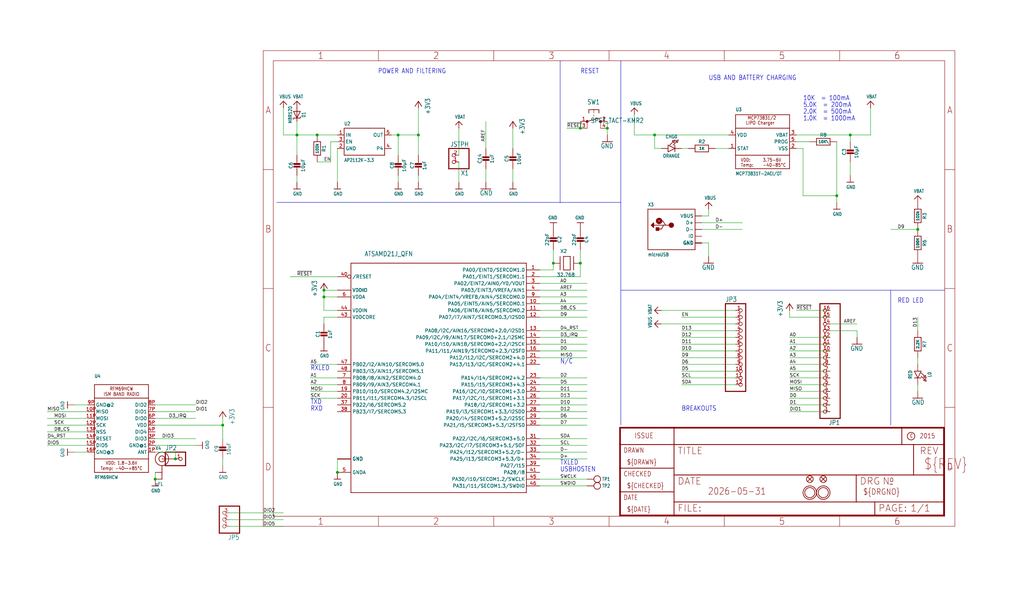
<source format=kicad_sch>
(kicad_sch (version 20230121) (generator eeschema)
  (paper "User" 385.42 222.783)
  (junction (at 218.44 48.26))
  (junction (at 66.04 172.72))
  (junction (at 208.28 99.06))
  (junction (at 246.38 50.8))
  (junction (at 157.48 50.8))
  (junction (at 314.96 73.66))
  (junction (at 228.6 48.26))
  (junction (at 119.38 50.8))
  (junction (at 111.76 50.8))
  (junction (at 121.92 111.76))
  (junction (at 218.44 99.06))
  (junction (at 83.82 160.02))
  (junction (at 149.86 50.8))
  (junction (at 127 177.8))
  (junction (at 320.04 50.8))
  (junction (at 58.42 180.34))
  (junction (at 345.44 86.36))
  (junction (at 121.92 109.22))
  (wire (pts (xy 111.76 50.8) (xy 111.76 58.42)) (stroke (width 0.1524)))
  (wire (pts (xy 58.42 160.02) (xy 83.82 160.02)) (stroke (width 0.1524)))
  (polyline (pts (xy 355.6 109.22) (xy 335.28 109.22)) (stroke (width 0.1524) (type solid)))
  (wire (pts (xy 203.2 142.24) (xy 220.98 142.24)) (stroke (width 0.1524)))
  (wire (pts (xy 86.36 198.12) (xy 106.68 198.12)) (stroke (width 0.1524)))
  (wire (pts (xy 203.2 129.54) (xy 220.98 129.54)) (stroke (width 0.1524)))
  (wire (pts (xy 314.96 73.66) (xy 314.96 76.2)) (stroke (width 0.1524)))
  (wire (pts (xy 147.32 50.8) (xy 149.86 50.8)) (stroke (width 0.1524)))
  (wire (pts (xy 124.46 60.96) (xy 124.46 53.34)) (stroke (width 0.1524)))
  (wire (pts (xy 345.44 124.46) (xy 345.44 119.38)) (stroke (width 0.1524)))
  (wire (pts (xy 33.02 167.64) (xy 17.78 167.64)) (stroke (width 0.1524)))
  (wire (pts (xy 106.68 193.04) (xy 86.36 193.04)) (stroke (width 0.1524)))
  (wire (pts (xy 106.68 50.8) (xy 111.76 50.8)) (stroke (width 0.1524)))
  (wire (pts (xy 220.98 152.4) (xy 203.2 152.4)) (stroke (width 0.1524)))
  (wire (pts (xy 203.2 157.48) (xy 220.98 157.48)) (stroke (width 0.1524)))
  (wire (pts (xy 220.98 182.88) (xy 203.2 182.88)) (stroke (width 0.1524)))
  (wire (pts (xy 58.42 170.18) (xy 66.04 170.18)) (stroke (width 0.1524)))
  (wire (pts (xy 297.18 152.4) (xy 312.42 152.4)) (stroke (width 0.1524)))
  (wire (pts (xy 297.18 116.84) (xy 297.18 119.38)) (stroke (width 0.1524)))
  (wire (pts (xy 203.2 167.64) (xy 220.98 167.64)) (stroke (width 0.1524)))
  (wire (pts (xy 218.44 104.14) (xy 218.44 99.06)) (stroke (width 0.1524)))
  (wire (pts (xy 320.04 50.8) (xy 299.72 50.8)) (stroke (width 0.1524)))
  (wire (pts (xy 220.98 172.72) (xy 203.2 172.72)) (stroke (width 0.1524)))
  (wire (pts (xy 279.4 86.36) (xy 264.16 86.36)) (stroke (width 0.1524)))
  (wire (pts (xy 266.7 81.28) (xy 266.7 78.74)) (stroke (width 0.1524)))
  (wire (pts (xy 58.42 154.94) (xy 73.66 154.94)) (stroke (width 0.1524)))
  (wire (pts (xy 276.86 134.62) (xy 256.54 134.62)) (stroke (width 0.1524)))
  (wire (pts (xy 127 111.76) (xy 121.92 111.76)) (stroke (width 0.1524)))
  (wire (pts (xy 228.6 50.8) (xy 228.6 48.26)) (stroke (width 0.1524)))
  (wire (pts (xy 124.46 53.34) (xy 127 53.34)) (stroke (width 0.1524)))
  (wire (pts (xy 312.42 149.86) (xy 297.18 149.86)) (stroke (width 0.1524)))
  (polyline (pts (xy 335.28 109.22) (xy 233.68 109.22)) (stroke (width 0.1524) (type solid)))
  (wire (pts (xy 266.7 91.44) (xy 266.7 96.52)) (stroke (width 0.1524)))
  (wire (pts (xy 220.98 132.08) (xy 203.2 132.08)) (stroke (width 0.1524)))
  (wire (pts (xy 121.92 116.84) (xy 121.92 111.76)) (stroke (width 0.1524)))
  (wire (pts (xy 66.04 170.18) (xy 66.04 172.72)) (stroke (width 0.1524)))
  (wire (pts (xy 264.16 83.82) (xy 279.4 83.82)) (stroke (width 0.1524)))
  (wire (pts (xy 264.16 81.28) (xy 266.7 81.28)) (stroke (width 0.1524)))
  (wire (pts (xy 203.2 119.38) (xy 220.98 119.38)) (stroke (width 0.1524)))
  (wire (pts (xy 299.72 55.88) (xy 302.26 55.88)) (stroke (width 0.1524)))
  (wire (pts (xy 256.54 132.08) (xy 276.86 132.08)) (stroke (width 0.1524)))
  (wire (pts (xy 17.78 162.56) (xy 33.02 162.56)) (stroke (width 0.1524)))
  (wire (pts (xy 203.2 149.86) (xy 220.98 149.86)) (stroke (width 0.1524)))
  (wire (pts (xy 83.82 160.02) (xy 83.82 157.48)) (stroke (width 0.1524)))
  (wire (pts (xy 297.18 139.7) (xy 312.42 139.7)) (stroke (width 0.1524)))
  (wire (pts (xy 218.44 99.06) (xy 218.44 93.98)) (stroke (width 0.1524)))
  (wire (pts (xy 256.54 127) (xy 276.86 127)) (stroke (width 0.1524)))
  (wire (pts (xy 345.44 144.78) (xy 345.44 147.32)) (stroke (width 0.1524)))
  (wire (pts (xy 17.78 165.1) (xy 33.02 165.1)) (stroke (width 0.1524)))
  (wire (pts (xy 111.76 45.72) (xy 111.76 50.8)) (stroke (width 0.1524)))
  (wire (pts (xy 203.2 101.6) (xy 208.28 101.6)) (stroke (width 0.1524)))
  (wire (pts (xy 149.86 66.04) (xy 149.86 68.58)) (stroke (width 0.1524)))
  (wire (pts (xy 203.2 134.62) (xy 220.98 134.62)) (stroke (width 0.1524)))
  (wire (pts (xy 297.18 129.54) (xy 312.42 129.54)) (stroke (width 0.1524)))
  (wire (pts (xy 246.38 55.88) (xy 246.38 50.8)) (stroke (width 0.1524)))
  (wire (pts (xy 182.88 63.5) (xy 182.88 68.58)) (stroke (width 0.1524)))
  (wire (pts (xy 86.36 195.58) (xy 106.68 195.58)) (stroke (width 0.1524)))
  (wire (pts (xy 33.02 152.4) (xy 27.94 152.4)) (stroke (width 0.1524)))
  (wire (pts (xy 106.68 40.64) (xy 106.68 50.8)) (stroke (width 0.1524)))
  (wire (pts (xy 345.44 134.62) (xy 345.44 137.16)) (stroke (width 0.1524)))
  (wire (pts (xy 276.86 121.92) (xy 248.92 121.92)) (stroke (width 0.1524)))
  (wire (pts (xy 238.76 50.8) (xy 246.38 50.8)) (stroke (width 0.1524)))
  (wire (pts (xy 111.76 66.04) (xy 111.76 68.58)) (stroke (width 0.1524)))
  (wire (pts (xy 297.18 147.32) (xy 312.42 147.32)) (stroke (width 0.1524)))
  (wire (pts (xy 203.2 170.18) (xy 220.98 170.18)) (stroke (width 0.1524)))
  (wire (pts (xy 345.44 86.36) (xy 335.28 86.36)) (stroke (width 0.1524)))
  (wire (pts (xy 119.38 60.96) (xy 124.46 60.96)) (stroke (width 0.1524)))
  (wire (pts (xy 58.42 167.64) (xy 73.66 167.64)) (stroke (width 0.1524)))
  (wire (pts (xy 127 55.88) (xy 127 68.58)) (stroke (width 0.1524)))
  (polyline (pts (xy 335.28 160.02) (xy 335.28 109.22)) (stroke (width 0.1524) (type solid)))
  (wire (pts (xy 157.48 50.8) (xy 157.48 58.42)) (stroke (width 0.1524)))
  (wire (pts (xy 320.04 53.34) (xy 320.04 50.8)) (stroke (width 0.1524)))
  (wire (pts (xy 327.66 40.64) (xy 327.66 50.8)) (stroke (width 0.1524)))
  (wire (pts (xy 58.42 157.48) (xy 73.66 157.48)) (stroke (width 0.1524)))
  (wire (pts (xy 157.48 50.8) (xy 157.48 40.64)) (stroke (width 0.1524)))
  (wire (pts (xy 314.96 53.34) (xy 314.96 73.66)) (stroke (width 0.1524)))
  (wire (pts (xy 256.54 119.38) (xy 276.86 119.38)) (stroke (width 0.1524)))
  (wire (pts (xy 312.42 116.84) (xy 299.72 116.84)) (stroke (width 0.1524)))
  (wire (pts (xy 172.72 68.58) (xy 172.72 60.96)) (stroke (width 0.1524)))
  (wire (pts (xy 322.58 124.46) (xy 322.58 127)) (stroke (width 0.1524)))
  (wire (pts (xy 312.42 127) (xy 297.18 127)) (stroke (width 0.1524)))
  (wire (pts (xy 58.42 152.4) (xy 73.66 152.4)) (stroke (width 0.1524)))
  (wire (pts (xy 299.72 53.34) (xy 304.8 53.34)) (stroke (width 0.1524)))
  (wire (pts (xy 312.42 144.78) (xy 297.18 144.78)) (stroke (width 0.1524)))
  (wire (pts (xy 203.2 106.68) (xy 220.98 106.68)) (stroke (width 0.1524)))
  (wire (pts (xy 312.42 137.16) (xy 297.18 137.16)) (stroke (width 0.1524)))
  (wire (pts (xy 203.2 147.32) (xy 220.98 147.32)) (stroke (width 0.1524)))
  (wire (pts (xy 127 172.72) (xy 127 177.8)) (stroke (width 0.1524)))
  (wire (pts (xy 228.6 45.72) (xy 228.6 48.26)) (stroke (width 0.1524)))
  (wire (pts (xy 83.82 160.02) (xy 83.82 165.1)) (stroke (width 0.1524)))
  (wire (pts (xy 312.42 132.08) (xy 297.18 132.08)) (stroke (width 0.1524)))
  (wire (pts (xy 33.02 154.94) (xy 17.78 154.94)) (stroke (width 0.1524)))
  (wire (pts (xy 127 147.32) (xy 116.84 147.32)) (stroke (width 0.1524)))
  (wire (pts (xy 172.72 48.26) (xy 172.72 58.42)) (stroke (width 0.1524)))
  (wire (pts (xy 17.78 160.02) (xy 33.02 160.02)) (stroke (width 0.1524)))
  (wire (pts (xy 276.86 129.54) (xy 256.54 129.54)) (stroke (width 0.1524)))
  (wire (pts (xy 149.86 50.8) (xy 157.48 50.8)) (stroke (width 0.1524)))
  (wire (pts (xy 116.84 144.78) (xy 127 144.78)) (stroke (width 0.1524)))
  (wire (pts (xy 121.92 111.76) (xy 121.92 109.22)) (stroke (width 0.1524)))
  (polyline (pts (xy 233.68 76.2) (xy 233.68 22.86)) (stroke (width 0.1524) (type solid)))
  (wire (pts (xy 116.84 149.86) (xy 127 149.86)) (stroke (width 0.1524)))
  (wire (pts (xy 203.2 165.1) (xy 220.98 165.1)) (stroke (width 0.1524)))
  (wire (pts (xy 297.18 119.38) (xy 312.42 119.38)) (stroke (width 0.1524)))
  (wire (pts (xy 256.54 137.16) (xy 276.86 137.16)) (stroke (width 0.1524)))
  (wire (pts (xy 33.02 170.18) (xy 27.94 170.18)) (stroke (width 0.1524)))
  (wire (pts (xy 297.18 154.94) (xy 312.42 154.94)) (stroke (width 0.1524)))
  (polyline (pts (xy 233.68 109.22) (xy 233.68 76.2)) (stroke (width 0.1524) (type solid)))
  (wire (pts (xy 256.54 144.78) (xy 276.86 144.78)) (stroke (width 0.1524)))
  (wire (pts (xy 312.42 124.46) (xy 322.58 124.46)) (stroke (width 0.1524)))
  (wire (pts (xy 238.76 43.18) (xy 238.76 50.8)) (stroke (width 0.1524)))
  (wire (pts (xy 302.26 55.88) (xy 302.26 73.66)) (stroke (width 0.1524)))
  (wire (pts (xy 127 50.8) (xy 119.38 50.8)) (stroke (width 0.1524)))
  (wire (pts (xy 302.26 73.66) (xy 314.96 73.66)) (stroke (width 0.1524)))
  (wire (pts (xy 208.28 93.98) (xy 208.28 99.06)) (stroke (width 0.1524)))
  (wire (pts (xy 203.2 180.34) (xy 220.98 180.34)) (stroke (width 0.1524)))
  (wire (pts (xy 256.54 55.88) (xy 259.08 55.88)) (stroke (width 0.1524)))
  (wire (pts (xy 83.82 172.72) (xy 83.82 175.26)) (stroke (width 0.1524)))
  (wire (pts (xy 127 109.22) (xy 121.92 109.22)) (stroke (width 0.1524)))
  (wire (pts (xy 220.98 124.46) (xy 203.2 124.46)) (stroke (width 0.1524)))
  (wire (pts (xy 203.2 160.02) (xy 220.98 160.02)) (stroke (width 0.1524)))
  (polyline (pts (xy 104.14 76.2) (xy 210.82 76.2)) (stroke (width 0.1524) (type solid)))
  (wire (pts (xy 220.98 114.3) (xy 203.2 114.3)) (stroke (width 0.1524)))
  (wire (pts (xy 203.2 127) (xy 220.98 127)) (stroke (width 0.1524)))
  (wire (pts (xy 58.42 177.8) (xy 58.42 180.34)) (stroke (width 0.1524)))
  (wire (pts (xy 127 142.24) (xy 116.84 142.24)) (stroke (width 0.1524)))
  (wire (pts (xy 127 137.16) (xy 116.84 137.16)) (stroke (width 0.1524)))
  (wire (pts (xy 208.28 101.6) (xy 208.28 99.06)) (stroke (width 0.1524)))
  (wire (pts (xy 193.04 55.88) (xy 193.04 48.26)) (stroke (width 0.1524)))
  (wire (pts (xy 248.92 55.88) (xy 246.38 55.88)) (stroke (width 0.1524)))
  (polyline (pts (xy 233.68 76.2) (xy 210.82 76.2)) (stroke (width 0.1524) (type solid)))
  (wire (pts (xy 119.38 50.8) (xy 111.76 50.8)) (stroke (width 0.1524)))
  (wire (pts (xy 127 116.84) (xy 121.92 116.84)) (stroke (width 0.1524)))
  (wire (pts (xy 320.04 50.8) (xy 327.66 50.8)) (stroke (width 0.1524)))
  (wire (pts (xy 17.78 157.48) (xy 33.02 157.48)) (stroke (width 0.1524)))
  (wire (pts (xy 182.88 55.88) (xy 182.88 45.72)) (stroke (width 0.1524)))
  (polyline (pts (xy 233.68 160.02) (xy 233.68 109.22)) (stroke (width 0.1524) (type solid)))
  (wire (pts (xy 269.24 55.88) (xy 274.32 55.88)) (stroke (width 0.1524)))
  (wire (pts (xy 220.98 144.78) (xy 203.2 144.78)) (stroke (width 0.1524)))
  (wire (pts (xy 297.18 134.62) (xy 312.42 134.62)) (stroke (width 0.1524)))
  (wire (pts (xy 127 119.38) (xy 121.92 119.38)) (stroke (width 0.1524)))
  (wire (pts (xy 127 104.14) (xy 109.22 104.14)) (stroke (width 0.1524)))
  (wire (pts (xy 312.42 142.24) (xy 297.18 142.24)) (stroke (width 0.1524)))
  (wire (pts (xy 276.86 124.46) (xy 256.54 124.46)) (stroke (width 0.1524)))
  (wire (pts (xy 218.44 48.26) (xy 218.44 45.72)) (stroke (width 0.1524)))
  (wire (pts (xy 248.92 116.84) (xy 276.86 116.84)) (stroke (width 0.1524)))
  (wire (pts (xy 312.42 121.92) (xy 322.58 121.92)) (stroke (width 0.1524)))
  (wire (pts (xy 203.2 116.84) (xy 220.98 116.84)) (stroke (width 0.1524)))
  (wire (pts (xy 276.86 139.7) (xy 256.54 139.7)) (stroke (width 0.1524)))
  (wire (pts (xy 203.2 154.94) (xy 220.98 154.94)) (stroke (width 0.1524)))
  (wire (pts (xy 149.86 58.42) (xy 149.86 50.8)) (stroke (width 0.1524)))
  (wire (pts (xy 193.04 68.58) (xy 193.04 63.5)) (stroke (width 0.1524)))
  (wire (pts (xy 121.92 119.38) (xy 121.92 121.92)) (stroke (width 0.1524)))
  (wire (pts (xy 320.04 60.96) (xy 320.04 66.04)) (stroke (width 0.1524)))
  (wire (pts (xy 276.86 142.24) (xy 256.54 142.24)) (stroke (width 0.1524)))
  (wire (pts (xy 246.38 50.8) (xy 274.32 50.8)) (stroke (width 0.1524)))
  (wire (pts (xy 58.42 165.1) (xy 73.66 165.1)) (stroke (width 0.1524)))
  (wire (pts (xy 203.2 109.22) (xy 220.98 109.22)) (stroke (width 0.1524)))
  (wire (pts (xy 157.48 66.04) (xy 157.48 68.58)) (stroke (width 0.1524)))
  (wire (pts (xy 203.2 104.14) (xy 218.44 104.14)) (stroke (width 0.1524)))
  (wire (pts (xy 264.16 91.44) (xy 266.7 91.44)) (stroke (width 0.1524)))
  (wire (pts (xy 203.2 111.76) (xy 220.98 111.76)) (stroke (width 0.1524)))
  (wire (pts (xy 213.36 48.26) (xy 218.44 48.26)) (stroke (width 0.1524)))
  (polyline (pts (xy 210.82 76.2) (xy 210.82 22.86)) (stroke (width 0.1524) (type solid)))
  (text "RED LED" (at 337.82 114.3 0) (effects (font (size 1.778 1.5113)) (justify left bottom)))
  (text "BREAKOUTS" (at 256.54 154.94 0) (effects (font (size 1.778 1.5113)) (justify left bottom)))
  (text "POWER AND FILTERING" (at 142.24 27.94 0) (effects (font (size 1.778 1.5113)) (justify left bottom)))
  (text "RXLED" (at 116.84 139.7 0) (effects (font (size 1.778 1.5113)) (justify left bottom)))
  (text "10K  = 100mA" (at 302.26 38.1 0) (effects (font (size 1.778 1.5113)) (justify left bottom)))
  (text "N/C" (at 210.82 137.16 0) (effects (font (size 1.778 1.5113)) (justify left bottom)))
  (text "2.0K  = 500mA" (at 302.26 43.18 0) (effects (font (size 1.778 1.5113)) (justify left bottom)))
  (text "TXD" (at 116.84 152.4 0) (effects (font (size 1.778 1.5113)) (justify left bottom)))
  (text "RESET" (at 218.44 27.94 0) (effects (font (size 1.778 1.5113)) (justify left bottom)))
  (text "1.0K  = 1000mA" (at 302.26 45.72 0) (effects (font (size 1.778 1.5113)) (justify left bottom)))
  (text "USB AND BATTERY CHARGING" (at 266.7 30.48 0) (effects (font (size 1.778 1.5113)) (justify left bottom)))
  (text "5.0K  = 200mA" (at 302.26 40.64 0) (effects (font (size 1.778 1.5113)) (justify left bottom)))
  (text "TXLED" (at 210.82 175.26 0) (effects (font (size 1.778 1.5113)) (justify left bottom)))
  (text "USBHOSTEN" (at 210.82 177.8 0) (effects (font (size 1.778 1.5113)) (justify left bottom)))
  (text "RXD" (at 116.84 154.94 0) (effects (font (size 1.778 1.5113)) (justify left bottom)))
  (label "MOSI" (at 20.32 157.48 0) (effects (font (size 1.2446 1.2446))))
  (label "AREF" (at 317.5 121.92 0) (effects (font (size 1.2446 1.2446))))
  (label "SCK" (at 297.18 142.24 0) (effects (font (size 1.2446 1.2446))))
  (label "SWCLK" (at 210.82 180.34 0) (effects (font (size 1.2446 1.2446))))
  (label "A4" (at 297.18 137.16 0) (effects (font (size 1.2446 1.2446))))
  (label "D2" (at 210.82 142.24 0) (effects (font (size 1.2446 1.2446))))
  (label "D1" (at 297.18 152.4 0) (effects (font (size 1.2446 1.2446))))
  (label "D6" (at 210.82 157.48 0) (effects (font (size 1.2446 1.2446))))
  (label "D9" (at 337.82 86.36 0) (effects (font (size 1.2446 1.2446))))
  (label "D10" (at 256.54 132.08 0) (effects (font (size 1.2446 1.2446))))
  (label "SCK" (at 116.84 149.86 0) (effects (font (size 1.2446 1.2446))))
  (label "MISO" (at 17.78 154.94 0) (effects (font (size 1.2446 1.2446))))
  (label "AREF" (at 210.82 109.22 0) (effects (font (size 1.2446 1.2446))))
  (label "SCK" (at 20.32 160.02 0) (effects (font (size 1.2446 1.2446))))
  (label "D5" (at 256.54 139.7 0) (effects (font (size 1.2446 1.2446))))
  (label "MISO" (at 297.18 147.32 0) (effects (font (size 1.2446 1.2446))))
  (label "DIO5" (at 99.06 198.12 0) (effects (font (size 1.2446 1.2446))))
  (label "DIO2" (at 99.06 193.04 0) (effects (font (size 1.2446 1.2446))))
  (label "SDA" (at 256.54 144.78 0) (effects (font (size 1.2446 1.2446))))
  (label "A5" (at 116.84 137.16 0) (effects (font (size 1.2446 1.2446))))
  (label "D-" (at 210.82 170.18 0) (effects (font (size 1.2446 1.2446))))
  (label "D-" (at 269.24 86.36 0) (effects (font (size 1.2446 1.2446))))
  (label "A1" (at 297.18 129.54 0) (effects (font (size 1.2446 1.2446))))
  (label "D0" (at 297.18 149.86 0) (effects (font (size 1.2446 1.2446))))
  (label "SCL" (at 210.82 167.64 0) (effects (font (size 1.2446 1.2446))))
  (label "D0" (at 210.82 132.08 0) (effects (font (size 1.2446 1.2446))))
  (label "SDA" (at 210.82 165.1 0) (effects (font (size 1.2446 1.2446))))
  (label "A1" (at 116.84 142.24 0) (effects (font (size 1.2446 1.2446))))
  (label "D4_RST" (at 17.78 165.1 0) (effects (font (size 1.2446 1.2446))))
  (label "EN" (at 256.54 119.38 0) (effects (font (size 1.2446 1.2446))))
  (label "DIO5" (at 17.78 167.64 0) (effects (font (size 1.2446 1.2446))))
  (label "AREF" (at 182.88 53.34 90) (effects (font (size 1.2446 1.2446))))
  (label "SWDIO" (at 210.82 182.88 0) (effects (font (size 1.2446 1.2446))))
  (label "D8_CS" (at 210.82 116.84 0) (effects (font (size 1.2446 1.2446))))
  (label "A0" (at 210.82 106.68 0) (effects (font (size 1.2446 1.2446))))
  (label "MOSI" (at 297.18 144.78 0) (effects (font (size 1.2446 1.2446))))
  (label "DIO2" (at 73.66 152.4 0) (effects (font (size 1.2446 1.2446))))
  (label "D3_IRQ" (at 63.5 157.48 0) (effects (font (size 1.2446 1.2446))))
  (label "D1" (at 210.82 129.54 0) (effects (font (size 1.2446 1.2446))))
  (label "DIO3" (at 99.06 195.58 0) (effects (font (size 1.2446 1.2446))))
  (label "D13" (at 345.44 119.38 270) (effects (font (size 1.2446 1.2446))))
  (label "D13" (at 210.82 149.86 0) (effects (font (size 1.2446 1.2446))))
  (label "SCL" (at 256.54 142.24 0) (effects (font (size 1.2446 1.2446))))
  (label "DIO1" (at 73.66 154.94 0) (effects (font (size 1.2446 1.2446))))
  (label "A2" (at 297.18 132.08 0) (effects (font (size 1.2446 1.2446))))
  (label "D9" (at 256.54 134.62 0) (effects (font (size 1.2446 1.2446))))
  (label "D4_RST" (at 210.82 124.46 0) (effects (font (size 1.2446 1.2446))))
  (label "D11" (at 256.54 129.54 0) (effects (font (size 1.2446 1.2446))))
  (label "D5" (at 210.82 144.78 0) (effects (font (size 1.2446 1.2446))))
  (label "A3" (at 210.82 111.76 0) (effects (font (size 1.2446 1.2446))))
  (label "D+" (at 210.82 172.72 0) (effects (font (size 1.2446 1.2446))))
  (label "D12" (at 256.54 127 0) (effects (font (size 1.2446 1.2446))))
  (label "DIO1" (at 297.18 154.94 0) (effects (font (size 1.2446 1.2446))))
  (label "MOSI" (at 116.84 147.32 0) (effects (font (size 1.2446 1.2446))))
  (label "D10" (at 210.82 152.4 0) (effects (font (size 1.2446 1.2446))))
  (label "D7" (at 210.82 160.02 0) (effects (font (size 1.2446 1.2446))))
  (label "D9" (at 210.82 119.38 0) (effects (font (size 1.2446 1.2446))))
  (label "A5" (at 297.18 139.7 0) (effects (font (size 1.2446 1.2446))))
  (label "D11" (at 210.82 147.32 0) (effects (font (size 1.2446 1.2446))))
  (label "DIO3" (at 60.96 165.1 0) (effects (font (size 1.2446 1.2446))))
  (label "D13" (at 256.54 124.46 0) (effects (font (size 1.2446 1.2446))))
  (label "~{RESET}" (at 299.72 116.84 0) (effects (font (size 1.2446 1.2446))))
  (label "MISO" (at 210.82 134.62 0) (effects (font (size 1.2446 1.2446))))
  (label "D+" (at 269.24 83.82 0) (effects (font (size 1.2446 1.2446))))
  (label "D8_CS" (at 20.32 162.56 0) (effects (font (size 1.2446 1.2446))))
  (label "A0" (at 297.18 127 0) (effects (font (size 1.2446 1.2446))))
  (label "~{RESET}" (at 111.76 104.14 0) (effects (font (size 1.2446 1.2446))))
  (label "D3_IRQ" (at 210.82 127 0) (effects (font (size 1.2446 1.2446))))
  (label "A2" (at 116.84 144.78 0) (effects (font (size 1.2446 1.2446))))
  (label "EN" (at 121.92 60.96 0) (effects (font (size 1.2446 1.2446))))
  (label "D12" (at 210.82 154.94 0) (effects (font (size 1.2446 1.2446))))
  (label "A4" (at 210.82 114.3 0) (effects (font (size 1.2446 1.2446))))
  (label "A3" (at 297.18 134.62 0) (effects (font (size 1.2446 1.2446))))
  (label "~{RESET}" (at 213.36 48.26 0) (effects (font (size 1.2446 1.2446))))
  (label "D6" (at 256.54 137.16 0) (effects (font (size 1.2446 1.2446))))
  (symbol (lib_id "working-eagle-import:TESTPOINTROUND1.5MM") (at 220.98 180.34 270) (unit 1)
    (property "Reference" "TP1" (at 226.568 180.34 90) (effects (font (size 1.27 1.0795)) (justify left)))
    (property "Value" "TESTPOINTROUND1.5MM" (effects hide))
    (property "Footprint" "working:TESTPOINT_ROUND_1.5MM" (effects hide))
  )
  (symbol (lib_id "working-eagle-import:supply1_GND") (at 182.88 71.12 0) (mirror y) (unit 1)
    (property "Reference" "#GND12" (effects hide))
    (property "Value" "GND" (at 185.42 73.66 0) (effects (font (size 1.778 1.5113)) (justify left bottom)))
  )
  (symbol (lib_id "working-eagle-import:CAP_CERAMIC0805-NOOUTLINE") (at 83.82 170.18 0) (unit 1)
    (property "Reference" "C9" (at 81.53 168.93 90))
    (property "Value" "10uF" (at 86.12 168.93 90))
    (property "Footprint" "working:0805-NO" (effects hide))
  )
  (symbol (lib_id "working-eagle-import:+3V3") (at 297.18 114.3 0) (unit 1)
    (property "Reference" "#+3V1" (effects hide))
    (property "Value" "+3V3" (at 294.64 119.38 90) (effects (font (size 1.778 1.5113)) (justify left bottom)))
  )
  (symbol (lib_id "working-eagle-import:HEADER-1X1ROUND") (at 68.58 172.72 0) (unit 1)
    (property "Reference" "JP2" (at 62.23 169.545 0) (effects (font (size 1.778 1.5113)) (justify left bottom)))
    (property "Value" "HEADER-1X1ROUND" (effects hide))
    (property "Footprint" "working:1X01_ROUND" (effects hide))
  )
  (symbol (lib_id "working-eagle-import:supply1_GND") (at 345.44 149.86 0) (mirror y) (unit 1)
    (property "Reference" "#GND10" (effects hide))
    (property "Value" "GND" (at 347.98 152.4 0) (effects (font (size 1.778 1.5113)) (justify left bottom)))
  )
  (symbol (lib_id "working-eagle-import:LED0805_NOOUTLINE") (at 345.44 142.24 270) (unit 1)
    (property "Reference" "L0" (at 349.885 140.97 0) (effects (font (size 1.27 1.0795))))
    (property "Value" "RED" (at 342.646 140.97 0) (effects (font (size 1.27 1.0795))))
    (property "Footprint" "working:CHIPLED_0805_NOOUTLINE" (effects hide))
  )
  (symbol (lib_id "working-eagle-import:SPST_TACT-KMR2") (at 223.52 45.72 270) (unit 1)
    (property "Reference" "SW1" (at 220.98 39.37 90) (effects (font (size 1.778 1.5113)) (justify left bottom)))
    (property "Value" "SPST_TACT-KMR2" (at 222.25 46.355 90) (effects (font (size 1.778 1.5113)) (justify left bottom)))
    (property "Footprint" "working:KMR2" (effects hide))
  )
  (symbol (lib_id "working-eagle-import:CAP_CERAMIC0805-NOOUTLINE") (at 320.04 58.42 0) (unit 1)
    (property "Reference" "C3" (at 317.75 57.17 90))
    (property "Value" "10µF" (at 322.34 57.17 90))
    (property "Footprint" "working:0805-NO" (effects hide))
  )
  (symbol (lib_id "working-eagle-import:RESISTOR_0603_NOOUT") (at 345.44 129.54 270) (unit 1)
    (property "Reference" "R7" (at 347.98 129.54 0))
    (property "Value" "2.2K" (at 345.44 129.54 0) (effects (font (size 1.016 1.016) bold)))
    (property "Footprint" "working:0603-NO" (effects hide))
  )
  (symbol (lib_id "working-eagle-import:MOUNTINGHOLE2.5") (at 304.8 185.42 0) (unit 1)
    (property "Reference" "U$31" (effects hide))
    (property "Value" "MOUNTINGHOLE2.5" (effects hide))
    (property "Footprint" "working:MOUNTINGHOLE_2.5_PLATED" (effects hide))
  )
  (symbol (lib_id "working-eagle-import:HEADER-1X12") (at 279.4 132.08 0) (unit 1)
    (property "Reference" "JP3" (at 273.05 113.665 0) (effects (font (size 1.778 1.5113)) (justify left bottom)))
    (property "Value" "HEADER-1X12" (effects hide))
    (property "Footprint" "working:1X12_ROUND" (effects hide))
  )
  (symbol (lib_id "working-eagle-import:supply1_GND") (at 266.7 99.06 0) (unit 1)
    (property "Reference" "#GND1" (effects hide))
    (property "Value" "GND" (at 264.16 101.6 0) (effects (font (size 1.778 1.5113)) (justify left bottom)))
  )
  (symbol (lib_id "working-eagle-import:GND") (at 149.86 71.12 0) (unit 1)
    (property "Reference" "#U$29" (effects hide))
    (property "Value" "GND" (at 148.336 73.66 0) (effects (font (size 1.27 1.0795)) (justify left bottom)))
  )
  (symbol (lib_id "working-eagle-import:RESISTOR_0603_NOOUT") (at 345.44 81.28 270) (unit 1)
    (property "Reference" "R3" (at 347.98 81.28 0))
    (property "Value" "100k" (at 345.44 81.28 0) (effects (font (size 1.016 1.016) bold)))
    (property "Footprint" "working:0603-NO" (effects hide))
  )
  (symbol (lib_id "working-eagle-import:FIDUCIAL{dblquote}{dblquote}") (at 309.88 180.34 0) (unit 1)
    (property "Reference" "U$34" (effects hide))
    (property "Value" "FIDUCIAL{dblquote}{dblquote}" (effects hide))
    (property "Footprint" "working:FIDUCIAL_1MM" (effects hide))
  )
  (symbol (lib_id "working-eagle-import:CAP_CERAMIC0603_NO") (at 208.28 88.9 180) (unit 1)
    (property "Reference" "C2" (at 210.57 90.15 90))
    (property "Value" "22pF" (at 205.98 90.15 90))
    (property "Footprint" "working:0603-NO" (effects hide))
  )
  (symbol (lib_id "working-eagle-import:RFM69HCW_SMT") (at 45.72 160.02 0) (unit 1)
    (property "Reference" "U4" (at 35.56 142.24 0) (effects (font (size 1.27 1.0795)) (justify left bottom)))
    (property "Value" "RFM69HCW" (at 35.56 180.34 0) (effects (font (size 1.27 1.0795)) (justify left bottom)))
    (property "Footprint" "working:RFMHCW_SMT" (effects hide))
  )
  (symbol (lib_id "working-eagle-import:CAP_CERAMIC0603_NO") (at 218.44 88.9 180) (unit 1)
    (property "Reference" "C4" (at 220.73 90.15 90))
    (property "Value" "22pF" (at 216.14 90.15 90))
    (property "Footprint" "working:0603-NO" (effects hide))
  )
  (symbol (lib_id "working-eagle-import:RESISTOR_0603_NOOUT") (at 345.44 91.44 270) (unit 1)
    (property "Reference" "R6" (at 347.98 91.44 0))
    (property "Value" "100K" (at 345.44 91.44 0) (effects (font (size 1.016 1.016) bold)))
    (property "Footprint" "working:0603-NO" (effects hide))
  )
  (symbol (lib_id "working-eagle-import:CAP_CERAMIC0603_NO") (at 182.88 60.96 0) (unit 1)
    (property "Reference" "C14" (at 180.59 59.71 90))
    (property "Value" "1uF" (at 185.18 59.71 90))
    (property "Footprint" "working:0603-NO" (effects hide))
  )
  (symbol (lib_id "working-eagle-import:VBUS") (at 238.76 40.64 0) (unit 1)
    (property "Reference" "#U$38" (effects hide))
    (property "Value" "VBUS" (at 237.236 39.624 0) (effects (font (size 1.27 1.0795)) (justify left bottom)))
  )
  (symbol (lib_id "working-eagle-import:GND") (at 320.04 68.58 0) (unit 1)
    (property "Reference" "#U$33" (effects hide))
    (property "Value" "GND" (at 318.516 71.12 0) (effects (font (size 1.27 1.0795)) (justify left bottom)))
  )
  (symbol (lib_id "working-eagle-import:HEADER-1X3ROUND") (at 83.82 195.58 180) (unit 1)
    (property "Reference" "JP5" (at 90.17 201.295 0) (effects (font (size 1.778 1.5113)) (justify left bottom)))
    (property "Value" "HEADER-1X3ROUND" (effects hide))
    (property "Footprint" "working:1X03_ROUND" (effects hide))
  )
  (symbol (lib_id "working-eagle-import:GND") (at 208.28 83.82 180) (unit 1)
    (property "Reference" "#U$8" (effects hide))
    (property "Value" "GND" (at 209.804 81.28 0) (effects (font (size 1.27 1.0795)) (justify left bottom)))
  )
  (symbol (lib_id "working-eagle-import:VREG_SOT23-5") (at 137.16 53.34 0) (unit 1)
    (property "Reference" "U2" (at 129.54 47.244 0) (effects (font (size 1.27 1.0795)) (justify left bottom)))
    (property "Value" "AP2112K-3.3" (at 129.54 60.96 0) (effects (font (size 1.27 1.0795)) (justify left bottom)))
    (property "Footprint" "working:SOT23-5" (effects hide))
  )
  (symbol (lib_id "working-eagle-import:supply1_GND") (at 228.6 53.34 0) (unit 1)
    (property "Reference" "#GND7" (effects hide))
    (property "Value" "GND" (at 226.06 55.88 0) (effects (font (size 1.778 1.5113)) (justify left bottom)))
  )
  (symbol (lib_id "working-eagle-import:GND") (at 127 71.12 0) (unit 1)
    (property "Reference" "#U$30" (effects hide))
    (property "Value" "GND" (at 125.476 73.66 0) (effects (font (size 1.27 1.0795)) (justify left bottom)))
  )
  (symbol (lib_id "working-eagle-import:GND") (at 218.44 83.82 180) (unit 1)
    (property "Reference" "#U$10" (effects hide))
    (property "Value" "GND" (at 219.964 81.28 0) (effects (font (size 1.27 1.0795)) (justify left bottom)))
  )
  (symbol (lib_id "working-eagle-import:GND") (at 58.42 182.88 0) (unit 1)
    (property "Reference" "#U$23" (effects hide))
    (property "Value" "GND" (at 56.896 185.42 0) (effects (font (size 1.27 1.0795)) (justify left bottom)))
  )
  (symbol (lib_id "working-eagle-import:GND") (at 127 180.34 0) (unit 1)
    (property "Reference" "#U$5" (effects hide))
    (property "Value" "GND" (at 125.476 182.88 0) (effects (font (size 1.27 1.0795)) (justify left bottom)))
  )
  (symbol (lib_id "working-eagle-import:CAP_CERAMIC0805-NOOUTLINE") (at 149.86 63.5 0) (unit 1)
    (property "Reference" "C8" (at 147.57 62.25 90))
    (property "Value" "10µF" (at 152.16 62.25 90))
    (property "Footprint" "working:0805-NO" (effects hide))
  )
  (symbol (lib_id "working-eagle-import:CAP_CERAMIC0603_NO") (at 121.92 127 0) (unit 1)
    (property "Reference" "C1" (at 119.63 125.75 90))
    (property "Value" "1uF" (at 124.22 125.75 90))
    (property "Footprint" "working:0603-NO" (effects hide))
  )
  (symbol (lib_id "working-eagle-import:MOUNTINGHOLE2.5") (at 309.88 185.42 0) (unit 1)
    (property "Reference" "U$32" (effects hide))
    (property "Value" "MOUNTINGHOLE2.5" (effects hide))
    (property "Footprint" "working:MOUNTINGHOLE_2.5_PLATED" (effects hide))
  )
  (symbol (lib_id "working-eagle-import:CAP_CERAMIC0805-NOOUTLINE") (at 193.04 60.96 0) (unit 1)
    (property "Reference" "C5" (at 190.75 59.71 90))
    (property "Value" "10uF" (at 195.34 59.71 90))
    (property "Footprint" "working:0805-NO" (effects hide))
  )
  (symbol (lib_id "working-eagle-import:ANTENNA_U.FL") (at 60.96 172.72 0) (unit 1)
    (property "Reference" "X4" (at 58.42 169.418 0) (effects (font (size 1.27 1.0795)) (justify left bottom)))
    (property "Value" "uFL" (at 58.42 182.88 0) (effects (font (size 1.27 1.0795)) (justify left bottom)))
    (property "Footprint" "working:U.FL" (effects hide))
  )
  (symbol (lib_id "working-eagle-import:supply1_GND") (at 345.44 99.06 0) (unit 1)
    (property "Reference" "#GND13" (effects hide))
    (property "Value" "GND" (at 342.9 101.6 0) (effects (font (size 1.778 1.5113)) (justify left bottom)))
  )
  (symbol (lib_id "working-eagle-import:FRAME_A4") (at 99.06 198.12 0) (unit 1)
    (property "Reference" "#FRAME1" (effects hide))
    (property "Value" "FRAME_A4" (effects hide))
  )
  (symbol (lib_id "working-eagle-import:GND") (at 121.92 132.08 0) (unit 1)
    (property "Reference" "#U$6" (effects hide))
    (property "Value" "GND" (at 120.396 134.62 0) (effects (font (size 1.27 1.0795)) (justify left bottom)))
  )
  (symbol (lib_id "working-eagle-import:GND") (at 83.82 177.8 0) (unit 1)
    (property "Reference" "#U$14" (effects hide))
    (property "Value" "GND" (at 82.296 180.34 0) (effects (font (size 1.27 1.0795)) (justify left bottom)))
  )
  (symbol (lib_id "working-eagle-import:+3V3") (at 121.92 106.68 0) (unit 1)
    (property "Reference" "#+3V3" (effects hide))
    (property "Value" "+3V3" (at 119.38 111.76 90) (effects (font (size 1.778 1.5113)) (justify left bottom)))
  )
  (symbol (lib_id "working-eagle-import:VBAT") (at 111.76 38.1 0) (unit 1)
    (property "Reference" "#U$21" (effects hide))
    (property "Value" "VBAT" (at 110.236 37.084 0) (effects (font (size 1.27 1.0795)) (justify left bottom)))
  )
  (symbol (lib_id "working-eagle-import:TESTPOINTROUND1.5MM") (at 220.98 182.88 270) (unit 1)
    (property "Reference" "TP2" (at 226.568 182.88 90) (effects (font (size 1.27 1.0795)) (justify left)))
    (property "Value" "TESTPOINTROUND1.5MM" (effects hide))
    (property "Footprint" "working:TESTPOINT_ROUND_1.5MM" (effects hide))
  )
  (symbol (lib_id "working-eagle-import:HEADER-1X16ROUND") (at 309.88 137.16 180) (unit 1)
    (property "Reference" "JP1" (at 316.23 158.115 0) (effects (font (size 1.778 1.5113)) (justify left bottom)))
    (property "Value" "HEADER-1X16ROUND" (effects hide))
    (property "Footprint" "working:1X16_ROUND" (effects hide))
  )
  (symbol (lib_id "working-eagle-import:CON_JST_PH_2PIN") (at 170.18 58.42 180) (unit 1)
    (property "Reference" "X1" (at 176.53 64.135 0) (effects (font (size 1.778 1.5113)) (justify left bottom)))
    (property "Value" "JSTPH" (at 176.53 53.34 0) (effects (font (size 1.778 1.5113)) (justify left bottom)))
    (property "Footprint" "working:JSTPH2" (effects hide))
  )
  (symbol (lib_id "working-eagle-import:GND") (at 193.04 71.12 0) (unit 1)
    (property "Reference" "#U$11" (effects hide))
    (property "Value" "GND" (at 191.516 73.66 0) (effects (font (size 1.27 1.0795)) (justify left bottom)))
  )
  (symbol (lib_id "working-eagle-import:USB_MICRO_20329_V2") (at 254 86.36 0) (unit 1)
    (property "Reference" "X3" (at 243.84 77.724 0) (effects (font (size 1.27 1.0795)) (justify left bottom)))
    (property "Value" "microUSB" (at 243.84 96.52 0) (effects (font (size 1.27 1.0795)) (justify left bottom)))
    (property "Footprint" "working:4UCONN_20329_V2" (effects hide))
  )
  (symbol (lib_id "working-eagle-import:GND") (at 157.48 71.12 0) (unit 1)
    (property "Reference" "#U$28" (effects hide))
    (property "Value" "GND" (at 155.956 73.66 0) (effects (font (size 1.27 1.0795)) (justify left bottom)))
  )
  (symbol (lib_id "working-eagle-import:FIDUCIAL{dblquote}{dblquote}") (at 304.8 180.34 0) (unit 1)
    (property "Reference" "U$35" (effects hide))
    (property "Value" "FIDUCIAL{dblquote}{dblquote}" (effects hide))
    (property "Footprint" "working:FIDUCIAL_1MM" (effects hide))
  )
  (symbol (lib_id "working-eagle-import:+3V3") (at 83.82 154.94 0) (mirror y) (unit 1)
    (property "Reference" "#+3V5" (effects hide))
    (property "Value" "+3V3" (at 86.36 160.02 90) (effects (font (size 1.778 1.5113)) (justify left bottom)))
  )
  (symbol (lib_id "working-eagle-import:CAP_CERAMIC0805-NOOUTLINE") (at 111.76 63.5 0) (unit 1)
    (property "Reference" "C6" (at 109.47 62.25 90))
    (property "Value" "10µF" (at 114.06 62.25 90))
    (property "Footprint" "working:0805-NO" (effects hide))
  )
  (symbol (lib_id "working-eagle-import:VBUS") (at 246.38 121.92 90) (unit 1)
    (property "Reference" "#U$19" (effects hide))
    (property "Value" "VBUS" (at 245.364 123.444 0) (effects (font (size 1.27 1.0795)) (justify left bottom)))
  )
  (symbol (lib_id "working-eagle-import:VBAT") (at 246.38 116.84 90) (unit 1)
    (property "Reference" "#U$20" (effects hide))
    (property "Value" "VBAT" (at 245.364 118.364 0) (effects (font (size 1.27 1.0795)) (justify left bottom)))
  )
  (symbol (lib_id "working-eagle-import:GND") (at 111.76 71.12 0) (unit 1)
    (property "Reference" "#U$27" (effects hide))
    (property "Value" "GND" (at 110.236 73.66 0) (effects (font (size 1.27 1.0795)) (justify left bottom)))
  )
  (symbol (lib_id "working-eagle-import:+3V3") (at 193.04 45.72 0) (mirror y) (unit 1)
    (property "Reference" "#+3V2" (effects hide))
    (property "Value" "+3V3" (at 195.58 50.8 90) (effects (font (size 1.778 1.5113)) (justify left bottom)))
  )
  (symbol (lib_id "working-eagle-import:VBAT") (at 172.72 45.72 0) (unit 1)
    (property "Reference" "#U$16" (effects hide))
    (property "Value" "VBAT" (at 171.196 44.704 0) (effects (font (size 1.27 1.0795)) (justify left bottom)))
  )
  (symbol (lib_id "working-eagle-import:VBAT") (at 327.66 38.1 0) (unit 1)
    (property "Reference" "#U$39" (effects hide))
    (property "Value" "VBAT" (at 326.136 37.084 0) (effects (font (size 1.27 1.0795)) (justify left bottom)))
  )
  (symbol (lib_id "working-eagle-import:RESISTOR_0603_NOOUT") (at 309.88 53.34 0) (unit 1)
    (property "Reference" "R8" (at 309.88 50.8 0))
    (property "Value" "10K\\" (at 309.88 53.34 0) (effects (font (size 1.016 1.016) bold)))
    (property "Footprint" "working:0603-NO" (effects hide))
  )
  (symbol (lib_id "working-eagle-import:+3V3") (at 157.48 38.1 0) (mirror y) (unit 1)
    (property "Reference" "#+3V4" (effects hide))
    (property "Value" "+3V3" (at 160.02 43.18 90) (effects (font (size 1.778 1.5113)) (justify left bottom)))
  )
  (symbol (lib_id "working-eagle-import:GND") (at 25.4 170.18 270) (unit 1)
    (property "Reference" "#U$15" (effects hide))
    (property "Value" "GND" (at 22.86 168.656 0) (effects (font (size 1.27 1.0795)) (justify left bottom)))
  )
  (symbol (lib_id "working-eagle-import:GND") (at 76.2 167.64 90) (unit 1)
    (property "Reference" "#U$18" (effects hide))
    (property "Value" "GND" (at 78.74 169.164 0) (effects (font (size 1.27 1.0795)) (justify left bottom)))
  )
  (symbol (lib_id "working-eagle-import:GND") (at 314.96 78.74 0) (unit 1)
    (property "Reference" "#U$36" (effects hide))
    (property "Value" "GND" (at 313.436 81.28 0) (effects (font (size 1.27 1.0795)) (justify left bottom)))
  )
  (symbol (lib_id "working-eagle-import:ATSAMD21J_QFN") (at 152.4 137.16 0) (unit 1)
    (property "Reference" "U$4" (effects hide))
    (property "Value" "ATSAMD21J_QFN" (at 137.16 96.52 0) (effects (font (size 1.778 1.5113)) (justify left bottom)))
    (property "Footprint" "working:TQFN48_7MM" (effects hide))
  )
  (symbol (lib_id "working-eagle-import:XTAL-3.2X1.5") (at 213.36 99.06 0) (unit 1)
    (property "Reference" "X2" (at 210.82 95.25 0) (effects (justify left bottom)))
    (property "Value" "32.768" (at 209.55 104.14 0) (effects (justify left bottom)))
    (property "Footprint" "working:XTAL3215" (effects hide))
  )
  (symbol (lib_id "working-eagle-import:RESISTOR_0603_NOOUT") (at 119.38 55.88 270) (unit 1)
    (property "Reference" "R1" (at 121.92 55.88 0))
    (property "Value" "100k" (at 119.38 55.88 0) (effects (font (size 1.016 1.016) bold)))
    (property "Footprint" "working:0603-NO" (effects hide))
  )
  (symbol (lib_id "working-eagle-import:VBUS") (at 266.7 76.2 0) (unit 1)
    (property "Reference" "#U$1" (effects hide))
    (property "Value" "VBUS" (at 265.176 75.184 0) (effects (font (size 1.27 1.0795)) (justify left bottom)))
  )
  (symbol (lib_id "working-eagle-import:FRAME_A4") (at 233.68 195.58 0) (unit 2)
    (property "Reference" "#FRAME1" (effects hide))
    (property "Value" "FRAME_A4" (effects hide))
  )
  (symbol (lib_id "working-eagle-import:VBAT") (at 345.44 73.66 0) (unit 1)
    (property "Reference" "#U$2" (effects hide))
    (property "Value" "VBAT" (at 343.916 72.644 0) (effects (font (size 1.27 1.0795)) (justify left bottom)))
  )
  (symbol (lib_id "working-eagle-import:DIODE-SCHOTTKYSOD-123") (at 111.76 43.18 270) (unit 1)
    (property "Reference" "D1" (at 114.3 43.18 0) (effects (font (size 1.27 1.0795))))
    (property "Value" "MBR120" (at 109.26 43.18 0) (effects (font (size 1.27 1.0795))))
    (property "Footprint" "working:SOD-123" (effects hide))
  )
  (symbol (lib_id "working-eagle-import:RESISTOR_0603_NOOUT") (at 264.16 55.88 0) (unit 1)
    (property "Reference" "R2" (at 264.16 53.34 0))
    (property "Value" "1K" (at 264.16 55.88 0) (effects (font (size 1.016 1.016) bold)))
    (property "Footprint" "working:0603-NO" (effects hide))
  )
  (symbol (lib_id "working-eagle-import:supply1_GND") (at 322.58 129.54 0) (unit 1)
    (property "Reference" "#GND4" (effects hide))
    (property "Value" "GND" (at 320.04 132.08 0) (effects (font (size 1.778 1.5113)) (justify left bottom)))
  )
  (symbol (lib_id "working-eagle-import:CAP_CERAMIC0603_NO") (at 157.48 63.5 0) (unit 1)
    (property "Reference" "C7" (at 155.19 62.25 90))
    (property "Value" "1uF" (at 159.78 62.25 90))
    (property "Footprint" "working:0603-NO" (effects hide))
  )
  (symbol (lib_id "working-eagle-import:GND") (at 172.72 71.12 0) (unit 1)
    (property "Reference" "#U$22" (effects hide))
    (property "Value" "GND" (at 171.196 73.66 0) (effects (font (size 1.27 1.0795)) (justify left bottom)))
  )
  (symbol (lib_id "working-eagle-import:VBUS") (at 106.68 38.1 0) (unit 1)
    (property "Reference" "#U$3" (effects hide))
    (property "Value" "VBUS" (at 105.156 37.084 0) (effects (font (size 1.27 1.0795)) (justify left bottom)))
  )
  (symbol (lib_id "working-eagle-import:LED0805_NOOUTLINE") (at 254 55.88 0) (unit 1)
    (property "Reference" "CHG0" (at 252.73 51.435 0) (effects (font (size 1.27 1.0795))))
    (property "Value" "ORANGE" (at 252.73 58.674 0) (effects (font (size 1.27 1.0795))))
    (property "Footprint" "working:CHIPLED_0805_NOOUTLINE" (effects hide))
  )
  (symbol (lib_id "working-eagle-import:MCP73831/2") (at 287.02 53.34 0) (unit 1)
    (property "Reference" "U3" (at 276.86 41.91 0) (effects (font (size 1.27 1.0795)) (justify left bottom)))
    (property "Value" "MCP73831T-2ACI/OT" (at 276.86 66.04 0) (effects (font (size 1.27 1.0795)) (justify left bottom)))
    (property "Footprint" "working:SOT23-5" (effects hide))
  )
  (symbol (lib_id "working-eagle-import:GND") (at 25.4 152.4 270) (unit 1)
    (property "Reference" "#U$17" (effects hide))
    (property "Value" "GND" (at 22.86 150.876 0) (effects (font (size 1.27 1.0795)) (justify left bottom)))
  )
)
</source>
